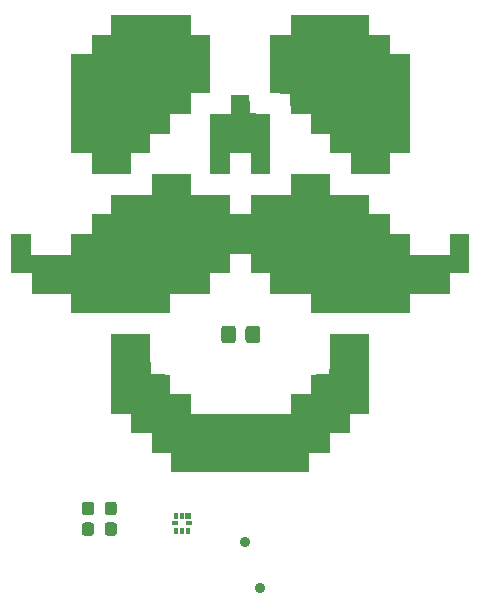
<source format=gbr>
%TF.GenerationSoftware,KiCad,Pcbnew,5.1.6*%
%TF.CreationDate,2020-10-03T01:30:16+01:00*%
%TF.ProjectId,PCB-Business-Card,5043422d-4275-4736-996e-6573732d4361,rev?*%
%TF.SameCoordinates,Original*%
%TF.FileFunction,Soldermask,Top*%
%TF.FilePolarity,Negative*%
%FSLAX46Y46*%
G04 Gerber Fmt 4.6, Leading zero omitted, Abs format (unit mm)*
G04 Created by KiCad (PCBNEW 5.1.6) date 2020-10-03 01:30:16*
%MOMM*%
%LPD*%
G01*
G04 APERTURE LIST*
%ADD10C,0.010000*%
%ADD11C,0.908000*%
%ADD12R,0.550000X0.370000*%
%ADD13R,0.470000X0.550000*%
%ADD14R,0.370000X0.550000*%
G04 APERTURE END LIST*
D10*
%TO.C,Ref\u002A\u002A*%
G36*
X200796500Y-69644000D02*
G01*
X202532166Y-69644000D01*
X202532166Y-71252667D01*
X204267833Y-71252667D01*
X204267833Y-79571167D01*
X202532166Y-79571167D01*
X202532166Y-81306834D01*
X199314833Y-81306834D01*
X199314833Y-79571167D01*
X197579166Y-79571167D01*
X197579166Y-77962500D01*
X195970500Y-77962500D01*
X195970500Y-76226834D01*
X194258593Y-76226834D01*
X194247548Y-76136875D01*
X194243999Y-76094767D01*
X194238926Y-76015957D01*
X194232629Y-75906039D01*
X194225410Y-75770607D01*
X194217568Y-75615253D01*
X194209404Y-75445570D01*
X194203007Y-75306937D01*
X194194962Y-75134326D01*
X194187114Y-74975497D01*
X194179738Y-74835312D01*
X194173108Y-74718635D01*
X194167500Y-74630326D01*
X194163186Y-74575249D01*
X194160714Y-74558159D01*
X194139085Y-74555751D01*
X194080743Y-74551557D01*
X193991255Y-74545878D01*
X193876189Y-74539012D01*
X193741114Y-74531259D01*
X193591599Y-74522919D01*
X193433210Y-74514291D01*
X193271517Y-74505674D01*
X193112088Y-74497368D01*
X192960491Y-74489672D01*
X192822294Y-74482886D01*
X192703065Y-74477309D01*
X192608372Y-74473240D01*
X192543785Y-74470980D01*
X192536208Y-74470798D01*
X192530508Y-74469025D01*
X192525424Y-74462447D01*
X192520919Y-74448785D01*
X192516959Y-74425763D01*
X192513510Y-74391101D01*
X192510535Y-74342521D01*
X192508000Y-74277747D01*
X192505871Y-74194498D01*
X192504112Y-74090499D01*
X192502688Y-73963469D01*
X192501564Y-73811133D01*
X192500706Y-73631210D01*
X192500078Y-73421424D01*
X192499646Y-73179497D01*
X192499374Y-72903149D01*
X192499227Y-72590104D01*
X192499171Y-72238084D01*
X192499166Y-72057000D01*
X192499166Y-69644000D01*
X194234833Y-69644000D01*
X194234833Y-67908334D01*
X200796500Y-67908334D01*
X200796500Y-69644000D01*
G37*
X200796500Y-69644000D02*
X202532166Y-69644000D01*
X202532166Y-71252667D01*
X204267833Y-71252667D01*
X204267833Y-79571167D01*
X202532166Y-79571167D01*
X202532166Y-81306834D01*
X199314833Y-81306834D01*
X199314833Y-79571167D01*
X197579166Y-79571167D01*
X197579166Y-77962500D01*
X195970500Y-77962500D01*
X195970500Y-76226834D01*
X194258593Y-76226834D01*
X194247548Y-76136875D01*
X194243999Y-76094767D01*
X194238926Y-76015957D01*
X194232629Y-75906039D01*
X194225410Y-75770607D01*
X194217568Y-75615253D01*
X194209404Y-75445570D01*
X194203007Y-75306937D01*
X194194962Y-75134326D01*
X194187114Y-74975497D01*
X194179738Y-74835312D01*
X194173108Y-74718635D01*
X194167500Y-74630326D01*
X194163186Y-74575249D01*
X194160714Y-74558159D01*
X194139085Y-74555751D01*
X194080743Y-74551557D01*
X193991255Y-74545878D01*
X193876189Y-74539012D01*
X193741114Y-74531259D01*
X193591599Y-74522919D01*
X193433210Y-74514291D01*
X193271517Y-74505674D01*
X193112088Y-74497368D01*
X192960491Y-74489672D01*
X192822294Y-74482886D01*
X192703065Y-74477309D01*
X192608372Y-74473240D01*
X192543785Y-74470980D01*
X192536208Y-74470798D01*
X192530508Y-74469025D01*
X192525424Y-74462447D01*
X192520919Y-74448785D01*
X192516959Y-74425763D01*
X192513510Y-74391101D01*
X192510535Y-74342521D01*
X192508000Y-74277747D01*
X192505871Y-74194498D01*
X192504112Y-74090499D01*
X192502688Y-73963469D01*
X192501564Y-73811133D01*
X192500706Y-73631210D01*
X192500078Y-73421424D01*
X192499646Y-73179497D01*
X192499374Y-72903149D01*
X192499227Y-72590104D01*
X192499171Y-72238084D01*
X192499166Y-72057000D01*
X192499166Y-69644000D01*
X194234833Y-69644000D01*
X194234833Y-67908334D01*
X200796500Y-67908334D01*
X200796500Y-69644000D01*
G36*
X190637486Y-74792792D02*
G01*
X190639199Y-74849476D01*
X190642983Y-74936981D01*
X190648491Y-75049428D01*
X190655378Y-75180941D01*
X190663300Y-75325642D01*
X190671910Y-75477651D01*
X190680865Y-75631093D01*
X190689818Y-75780088D01*
X190698424Y-75918759D01*
X190706339Y-76041228D01*
X190713217Y-76141617D01*
X190718713Y-76214048D01*
X190722481Y-76252644D01*
X190723496Y-76257385D01*
X190746109Y-76260554D01*
X190806075Y-76265288D01*
X190898454Y-76271295D01*
X191018306Y-76278284D01*
X191160693Y-76285965D01*
X191320673Y-76294045D01*
X191451984Y-76300320D01*
X191627718Y-76308703D01*
X191794582Y-76317012D01*
X191946668Y-76324927D01*
X192078070Y-76332127D01*
X192182882Y-76338292D01*
X192255197Y-76343102D01*
X192282208Y-76345373D01*
X192393333Y-76356880D01*
X192393333Y-81306834D01*
X190890500Y-81306834D01*
X190890500Y-79571167D01*
X189049000Y-79571167D01*
X189049000Y-81306834D01*
X187419166Y-81306834D01*
X187419166Y-76332667D01*
X189154833Y-76332667D01*
X189154833Y-74724000D01*
X190636500Y-74724000D01*
X190637486Y-74792792D01*
G37*
X190637486Y-74792792D02*
X190639199Y-74849476D01*
X190642983Y-74936981D01*
X190648491Y-75049428D01*
X190655378Y-75180941D01*
X190663300Y-75325642D01*
X190671910Y-75477651D01*
X190680865Y-75631093D01*
X190689818Y-75780088D01*
X190698424Y-75918759D01*
X190706339Y-76041228D01*
X190713217Y-76141617D01*
X190718713Y-76214048D01*
X190722481Y-76252644D01*
X190723496Y-76257385D01*
X190746109Y-76260554D01*
X190806075Y-76265288D01*
X190898454Y-76271295D01*
X191018306Y-76278284D01*
X191160693Y-76285965D01*
X191320673Y-76294045D01*
X191451984Y-76300320D01*
X191627718Y-76308703D01*
X191794582Y-76317012D01*
X191946668Y-76324927D01*
X192078070Y-76332127D01*
X192182882Y-76338292D01*
X192255197Y-76343102D01*
X192282208Y-76345373D01*
X192393333Y-76356880D01*
X192393333Y-81306834D01*
X190890500Y-81306834D01*
X190890500Y-79571167D01*
X189049000Y-79571167D01*
X189049000Y-81306834D01*
X187419166Y-81306834D01*
X187419166Y-76332667D01*
X189154833Y-76332667D01*
X189154833Y-74724000D01*
X190636500Y-74724000D01*
X190637486Y-74792792D01*
G36*
X185704666Y-69644000D02*
G01*
X187313333Y-69644000D01*
X187313333Y-74491167D01*
X185704666Y-74491167D01*
X185704666Y-76226834D01*
X183969000Y-76226834D01*
X183969000Y-77962500D01*
X182233333Y-77962500D01*
X182233333Y-79571167D01*
X180624666Y-79571167D01*
X180624666Y-81306834D01*
X177407333Y-81306834D01*
X177407333Y-79571167D01*
X175671666Y-79571167D01*
X175671666Y-71252667D01*
X177407333Y-71252667D01*
X177407333Y-69644000D01*
X178994833Y-69644000D01*
X178994833Y-67908334D01*
X185704666Y-67908334D01*
X185704666Y-69644000D01*
G37*
X185704666Y-69644000D02*
X187313333Y-69644000D01*
X187313333Y-74491167D01*
X185704666Y-74491167D01*
X185704666Y-76226834D01*
X183969000Y-76226834D01*
X183969000Y-77962500D01*
X182233333Y-77962500D01*
X182233333Y-79571167D01*
X180624666Y-79571167D01*
X180624666Y-81306834D01*
X177407333Y-81306834D01*
X177407333Y-79571167D01*
X175671666Y-79571167D01*
X175671666Y-71252667D01*
X177407333Y-71252667D01*
X177407333Y-69644000D01*
X178994833Y-69644000D01*
X178994833Y-67908334D01*
X185704666Y-67908334D01*
X185704666Y-69644000D01*
G36*
X185704666Y-83148334D02*
G01*
X189049000Y-83148334D01*
X189049000Y-84757000D01*
X190890500Y-84757000D01*
X190890500Y-83148334D01*
X194234833Y-83148334D01*
X194234833Y-81412667D01*
X197473333Y-81412667D01*
X197473333Y-83148334D01*
X200796500Y-83148334D01*
X200796500Y-84757000D01*
X202532166Y-84757000D01*
X202532166Y-86492667D01*
X204267833Y-86492667D01*
X204267833Y-88228334D01*
X207739166Y-88228334D01*
X207739166Y-86492667D01*
X209220833Y-86492667D01*
X209220833Y-89710000D01*
X207612166Y-89710000D01*
X207612166Y-91445667D01*
X204267833Y-91445667D01*
X204267833Y-93054334D01*
X195970500Y-93054334D01*
X195970500Y-91445667D01*
X192499166Y-91445667D01*
X192499166Y-89710000D01*
X190890500Y-89710000D01*
X190890500Y-88122500D01*
X189049000Y-88122500D01*
X189049000Y-89710000D01*
X187313333Y-89710000D01*
X187313333Y-91445667D01*
X183969000Y-91445667D01*
X183969000Y-93054334D01*
X175671666Y-93054334D01*
X175671666Y-91445667D01*
X172327333Y-91445667D01*
X172327333Y-89710000D01*
X170591666Y-89710000D01*
X170591666Y-86492667D01*
X172200333Y-86492667D01*
X172200333Y-88228334D01*
X175671666Y-88228334D01*
X175671666Y-86492667D01*
X177407333Y-86492667D01*
X177407333Y-84757000D01*
X178994833Y-84757000D01*
X178994833Y-83148334D01*
X182465691Y-83148334D01*
X182471220Y-82285792D01*
X182476750Y-81423250D01*
X185704666Y-81412402D01*
X185704666Y-83148334D01*
G37*
X185704666Y-83148334D02*
X189049000Y-83148334D01*
X189049000Y-84757000D01*
X190890500Y-84757000D01*
X190890500Y-83148334D01*
X194234833Y-83148334D01*
X194234833Y-81412667D01*
X197473333Y-81412667D01*
X197473333Y-83148334D01*
X200796500Y-83148334D01*
X200796500Y-84757000D01*
X202532166Y-84757000D01*
X202532166Y-86492667D01*
X204267833Y-86492667D01*
X204267833Y-88228334D01*
X207739166Y-88228334D01*
X207739166Y-86492667D01*
X209220833Y-86492667D01*
X209220833Y-89710000D01*
X207612166Y-89710000D01*
X207612166Y-91445667D01*
X204267833Y-91445667D01*
X204267833Y-93054334D01*
X195970500Y-93054334D01*
X195970500Y-91445667D01*
X192499166Y-91445667D01*
X192499166Y-89710000D01*
X190890500Y-89710000D01*
X190890500Y-88122500D01*
X189049000Y-88122500D01*
X189049000Y-89710000D01*
X187313333Y-89710000D01*
X187313333Y-91445667D01*
X183969000Y-91445667D01*
X183969000Y-93054334D01*
X175671666Y-93054334D01*
X175671666Y-91445667D01*
X172327333Y-91445667D01*
X172327333Y-89710000D01*
X170591666Y-89710000D01*
X170591666Y-86492667D01*
X172200333Y-86492667D01*
X172200333Y-88228334D01*
X175671666Y-88228334D01*
X175671666Y-86492667D01*
X177407333Y-86492667D01*
X177407333Y-84757000D01*
X178994833Y-84757000D01*
X178994833Y-83148334D01*
X182465691Y-83148334D01*
X182471220Y-82285792D01*
X182476750Y-81423250D01*
X185704666Y-81412402D01*
X185704666Y-83148334D01*
G36*
X182220606Y-94964625D02*
G01*
X182222489Y-94992919D01*
X182225095Y-95060203D01*
X182228341Y-95163145D01*
X182232144Y-95298408D01*
X182236419Y-95462660D01*
X182241084Y-95652566D01*
X182246055Y-95864790D01*
X182251248Y-96095999D01*
X182256579Y-96342859D01*
X182261964Y-96602034D01*
X182263167Y-96661311D01*
X182268491Y-96921515D01*
X182273689Y-97169215D01*
X182278687Y-97401190D01*
X182283408Y-97614215D01*
X182287778Y-97805067D01*
X182291719Y-97970525D01*
X182295158Y-98107364D01*
X182298018Y-98212363D01*
X182300224Y-98282297D01*
X182301700Y-98313944D01*
X182301949Y-98315499D01*
X182323575Y-98317563D01*
X182382936Y-98321273D01*
X182475476Y-98326394D01*
X182596639Y-98332691D01*
X182741868Y-98339928D01*
X182906608Y-98347871D01*
X183086301Y-98356284D01*
X183138208Y-98358670D01*
X183969000Y-98396714D01*
X183969000Y-99997000D01*
X185704666Y-99997000D01*
X185704666Y-101732667D01*
X194234833Y-101732667D01*
X194234833Y-99997000D01*
X195970500Y-99997000D01*
X195970500Y-98396735D01*
X196737791Y-98358780D01*
X196913311Y-98350014D01*
X197074850Y-98341784D01*
X197217688Y-98334344D01*
X197337106Y-98327946D01*
X197428384Y-98322844D01*
X197486804Y-98319289D01*
X197507644Y-98317538D01*
X197508553Y-98296407D01*
X197510255Y-98236871D01*
X197512663Y-98142850D01*
X197515694Y-98018262D01*
X197519261Y-97867027D01*
X197523279Y-97693064D01*
X197527663Y-97500292D01*
X197532326Y-97292630D01*
X197537185Y-97073998D01*
X197542152Y-96848315D01*
X197547144Y-96619500D01*
X197552073Y-96391472D01*
X197556856Y-96168151D01*
X197561406Y-95953456D01*
X197565638Y-95751306D01*
X197569467Y-95565620D01*
X197572807Y-95400317D01*
X197575573Y-95259318D01*
X197577680Y-95146540D01*
X197579041Y-95065904D01*
X197579572Y-95021328D01*
X197579573Y-95017542D01*
X197579166Y-94917000D01*
X200796500Y-94917000D01*
X200796500Y-101605667D01*
X199209000Y-101605667D01*
X199209000Y-103214334D01*
X197473333Y-103214334D01*
X197473333Y-104950000D01*
X195716500Y-104950000D01*
X195716500Y-106558667D01*
X184074833Y-106558667D01*
X184074833Y-104950509D01*
X183275791Y-104944963D01*
X182476750Y-104939417D01*
X182471220Y-104076875D01*
X182465691Y-103214334D01*
X180730500Y-103214334D01*
X180730500Y-101605667D01*
X178994833Y-101605667D01*
X178994833Y-94917000D01*
X182211360Y-94917000D01*
X182220606Y-94964625D01*
G37*
X182220606Y-94964625D02*
X182222489Y-94992919D01*
X182225095Y-95060203D01*
X182228341Y-95163145D01*
X182232144Y-95298408D01*
X182236419Y-95462660D01*
X182241084Y-95652566D01*
X182246055Y-95864790D01*
X182251248Y-96095999D01*
X182256579Y-96342859D01*
X182261964Y-96602034D01*
X182263167Y-96661311D01*
X182268491Y-96921515D01*
X182273689Y-97169215D01*
X182278687Y-97401190D01*
X182283408Y-97614215D01*
X182287778Y-97805067D01*
X182291719Y-97970525D01*
X182295158Y-98107364D01*
X182298018Y-98212363D01*
X182300224Y-98282297D01*
X182301700Y-98313944D01*
X182301949Y-98315499D01*
X182323575Y-98317563D01*
X182382936Y-98321273D01*
X182475476Y-98326394D01*
X182596639Y-98332691D01*
X182741868Y-98339928D01*
X182906608Y-98347871D01*
X183086301Y-98356284D01*
X183138208Y-98358670D01*
X183969000Y-98396714D01*
X183969000Y-99997000D01*
X185704666Y-99997000D01*
X185704666Y-101732667D01*
X194234833Y-101732667D01*
X194234833Y-99997000D01*
X195970500Y-99997000D01*
X195970500Y-98396735D01*
X196737791Y-98358780D01*
X196913311Y-98350014D01*
X197074850Y-98341784D01*
X197217688Y-98334344D01*
X197337106Y-98327946D01*
X197428384Y-98322844D01*
X197486804Y-98319289D01*
X197507644Y-98317538D01*
X197508553Y-98296407D01*
X197510255Y-98236871D01*
X197512663Y-98142850D01*
X197515694Y-98018262D01*
X197519261Y-97867027D01*
X197523279Y-97693064D01*
X197527663Y-97500292D01*
X197532326Y-97292630D01*
X197537185Y-97073998D01*
X197542152Y-96848315D01*
X197547144Y-96619500D01*
X197552073Y-96391472D01*
X197556856Y-96168151D01*
X197561406Y-95953456D01*
X197565638Y-95751306D01*
X197569467Y-95565620D01*
X197572807Y-95400317D01*
X197575573Y-95259318D01*
X197577680Y-95146540D01*
X197579041Y-95065904D01*
X197579572Y-95021328D01*
X197579573Y-95017542D01*
X197579166Y-94917000D01*
X200796500Y-94917000D01*
X200796500Y-101605667D01*
X199209000Y-101605667D01*
X199209000Y-103214334D01*
X197473333Y-103214334D01*
X197473333Y-104950000D01*
X195716500Y-104950000D01*
X195716500Y-106558667D01*
X184074833Y-106558667D01*
X184074833Y-104950509D01*
X183275791Y-104944963D01*
X182476750Y-104939417D01*
X182471220Y-104076875D01*
X182465691Y-103214334D01*
X180730500Y-103214334D01*
X180730500Y-101605667D01*
X178994833Y-101605667D01*
X178994833Y-94917000D01*
X182211360Y-94917000D01*
X182220606Y-94964625D01*
%TD*%
D11*
%TO.C,U2*%
X190370000Y-112550000D03*
X191635000Y-116475000D03*
%TD*%
D12*
%TO.C,U1*%
X185600000Y-111000000D03*
X184400000Y-111000000D03*
D13*
X185550000Y-110400000D03*
D14*
X185500000Y-111600000D03*
X184500000Y-110400000D03*
X184500000Y-111600000D03*
X185000000Y-110400000D03*
X185000000Y-111600000D03*
%TD*%
%TO.C,R1*%
G36*
G01*
X177322500Y-110310000D02*
X176797500Y-110310000D01*
G75*
G02*
X176535000Y-110047500I0J262500D01*
G01*
X176535000Y-109422500D01*
G75*
G02*
X176797500Y-109160000I262500J0D01*
G01*
X177322500Y-109160000D01*
G75*
G02*
X177585000Y-109422500I0J-262500D01*
G01*
X177585000Y-110047500D01*
G75*
G02*
X177322500Y-110310000I-262500J0D01*
G01*
G37*
G36*
G01*
X177322500Y-112060000D02*
X176797500Y-112060000D01*
G75*
G02*
X176535000Y-111797500I0J262500D01*
G01*
X176535000Y-111172500D01*
G75*
G02*
X176797500Y-110910000I262500J0D01*
G01*
X177322500Y-110910000D01*
G75*
G02*
X177585000Y-111172500I0J-262500D01*
G01*
X177585000Y-111797500D01*
G75*
G02*
X177322500Y-112060000I-262500J0D01*
G01*
G37*
%TD*%
%TO.C,D1*%
G36*
G01*
X190400000Y-95478262D02*
X190400000Y-94521738D01*
G75*
G02*
X190671738Y-94250000I271738J0D01*
G01*
X191378262Y-94250000D01*
G75*
G02*
X191650000Y-94521738I0J-271738D01*
G01*
X191650000Y-95478262D01*
G75*
G02*
X191378262Y-95750000I-271738J0D01*
G01*
X190671738Y-95750000D01*
G75*
G02*
X190400000Y-95478262I0J271738D01*
G01*
G37*
G36*
G01*
X188350000Y-95478262D02*
X188350000Y-94521738D01*
G75*
G02*
X188621738Y-94250000I271738J0D01*
G01*
X189328262Y-94250000D01*
G75*
G02*
X189600000Y-94521738I0J-271738D01*
G01*
X189600000Y-95478262D01*
G75*
G02*
X189328262Y-95750000I-271738J0D01*
G01*
X188621738Y-95750000D01*
G75*
G02*
X188350000Y-95478262I0J271738D01*
G01*
G37*
%TD*%
%TO.C,C1*%
G36*
G01*
X179262500Y-110305000D02*
X178737500Y-110305000D01*
G75*
G02*
X178475000Y-110042500I0J262500D01*
G01*
X178475000Y-109417500D01*
G75*
G02*
X178737500Y-109155000I262500J0D01*
G01*
X179262500Y-109155000D01*
G75*
G02*
X179525000Y-109417500I0J-262500D01*
G01*
X179525000Y-110042500D01*
G75*
G02*
X179262500Y-110305000I-262500J0D01*
G01*
G37*
G36*
G01*
X179262500Y-112055000D02*
X178737500Y-112055000D01*
G75*
G02*
X178475000Y-111792500I0J262500D01*
G01*
X178475000Y-111167500D01*
G75*
G02*
X178737500Y-110905000I262500J0D01*
G01*
X179262500Y-110905000D01*
G75*
G02*
X179525000Y-111167500I0J-262500D01*
G01*
X179525000Y-111792500D01*
G75*
G02*
X179262500Y-112055000I-262500J0D01*
G01*
G37*
%TD*%
M02*

</source>
